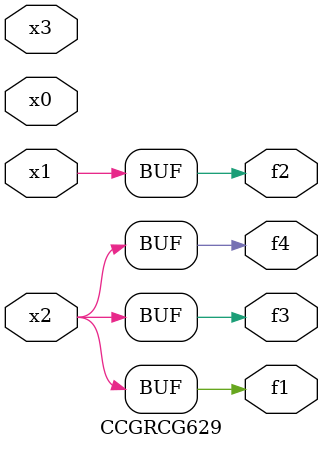
<source format=v>
module CCGRCG629(
	input x0, x1, x2, x3,
	output f1, f2, f3, f4
);
	assign f1 = x2;
	assign f2 = x1;
	assign f3 = x2;
	assign f4 = x2;
endmodule

</source>
